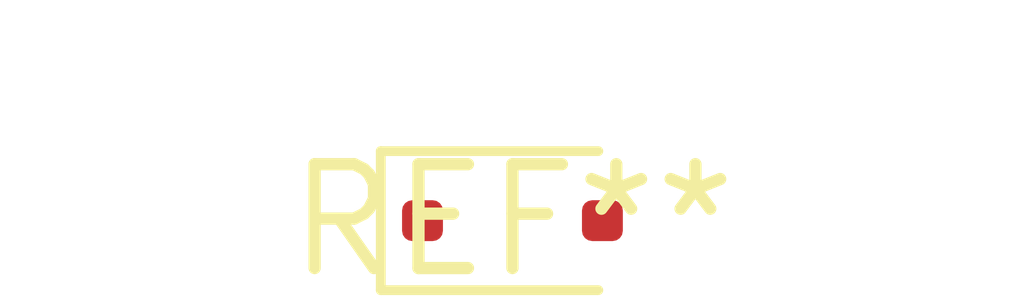
<source format=kicad_pcb>
(kicad_pcb (version 20240108) (generator pcbnew)
  (layers (0 "F.Cu" signal) (31 "B.Cu" signal) (34 "B.Paste" user) (35 "F.Paste" user) (36 "B.SilkS" user "B.Silkscreen") (37 "F.SilkS" user "F.Silkscreen") (38 "B.Mask" user) (39 "F.Mask" user) (44 "Edge.Cuts" user))
  (net 0 "")
  (footprint "D_SOD-323F" (layer "F.Cu") (at 0 0)
    (property "Reference" "REF**")
    (property "Value" "D_SOD-323F")
    (fp_line (start -1.61 -0.85) (end -1.61 0.85) (layer "F.SilkS") (stroke (width 0.12)))
    (fp_line (start -1.61 -0.85) (end 1.05 -0.85) (layer "F.SilkS") (stroke (width 0.12)))
    (fp_line (start -1.61 0.85) (end 1.05 0.85) (layer "F.SilkS") (stroke (width 0.12)))
    (pad "1" smd roundrect (at -1.1 0) (size 0.5 0.5) (layers "F.Cu" "F.Paste" "F.Mask"))
    (pad "2" smd roundrect (at 1.1 0) (size 0.5 0.5) (layers "F.Cu" "F.Paste" "F.Mask"))
  )
)
</source>
